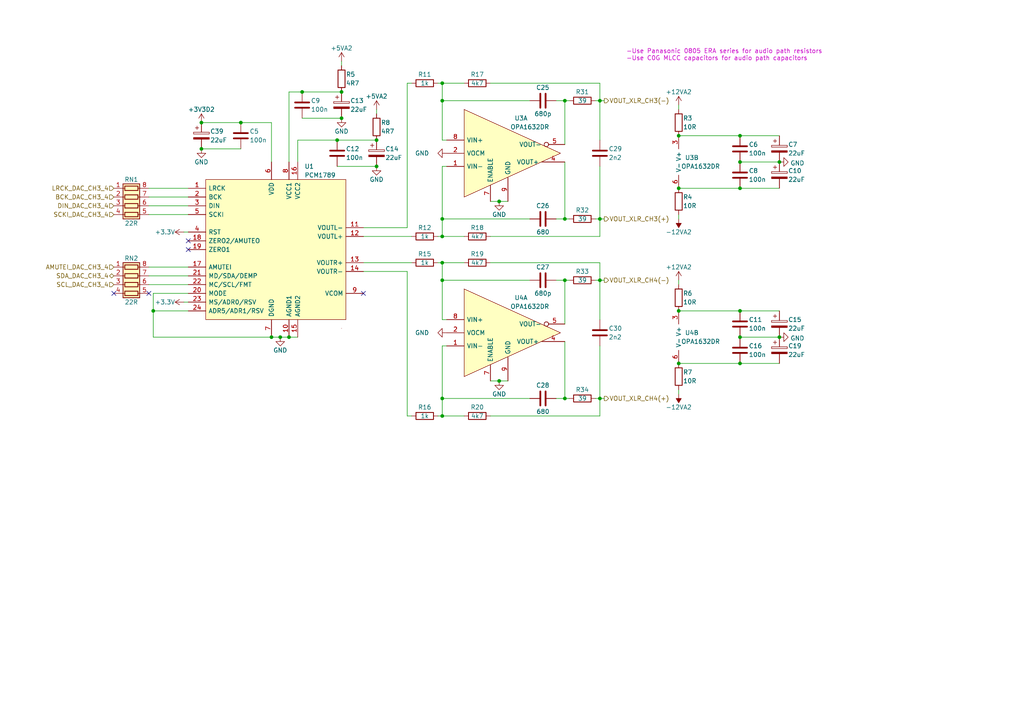
<source format=kicad_sch>
(kicad_sch (version 20230121) (generator eeschema)
  (paper "A4")
  (lib_symbols
    (symbol "Audio-DSP:+12VA2" (power) (in_bom no) (on_board no)
      (property "Value" "+12VA2" (at 0 3.81 0))
      (symbol "+12VA2_0_1"
        (polyline (pts (xy -0.762 1.27) (xy 0 2.54)))
        (polyline (pts (xy 0 0) (xy 0 2.54)))
        (polyline (pts (xy 0 2.54) (xy 0.762 1.27)))
      )
      (symbol "+12VA2_1_1"
        (pin power_in line (at 0 0 90) (length 0) hide (name "+12VA2") (number "1"))
      )
    )
    (symbol "Audio-DSP:+5VA2" (power) (in_bom no) (on_board no)
      (property "Value" "+5VA2" (at 0 3.81 0))
      (symbol "+5VA2_0_1"
        (polyline (pts (xy -0.762 1.27) (xy 0 2.54)))
        (polyline (pts (xy 0 0) (xy 0 2.54)))
        (polyline (pts (xy 0 2.54) (xy 0.762 1.27)))
      )
      (symbol "+5VA2_1_1"
        (pin power_in line (at 0 0 90) (length 0) hide (name "+5VA2") (number "1"))
      )
    )
    (symbol "Audio-DSP:-12VA2" (power) (in_bom no) (on_board no)
      (property "Value" "-12VA2" (at 0 3.81 0))
      (symbol "-12VA2_0_1"
        (polyline (pts (xy 0 0) (xy 0 1.27) (xy 0.762 1.27) (xy 0 2.54) (xy -0.762 1.27) (xy 0 1.27)) (fill (type outline)))
      )
      (symbol "-12VA2_1_0"
        (pin power_in line (at 0 0 90) (length 0) hide (name "-12VA2") (number "1"))
      )
    )
    (symbol "Audio-DSP:OPA1632DR" (pin_names (offset 0.762))
      (property "Reference" "U" (at 8.89 11.43 0))
      (property "Value" "OPA1632DR" (at 8.89 8.89 0))
      (symbol "OPA1632DR_1_0"
        (pin passive line (at -15.24 -2.54 0) (length 5.08) (name "VIN-") (number "1"))
        (pin passive line (at -15.24 1.27 0) (length 5.08) (name "VOCM") (number "2"))
        (pin passive line (at 19.05 -1.27 180) (length 6.7056) (name "VOUT+") (number "4"))
        (pin passive inverted (at 19.05 3.81 180) (length 5.9944) (name "VOUT-") (number "5"))
        (pin passive line (at -2.54 -12.7 90) (length 4.699) (name "ENABLE") (number "7"))
        (pin passive line (at -15.24 5.08 0) (length 5.08) (name "VIN+") (number "8"))
      )
      (symbol "OPA1632DR_1_1"
        (polyline (pts (xy -10.16 13.97) (xy 17.78 1.27) (xy -10.16 -11.43) (xy -10.16 13.97)) (stroke (width 0.1524)) (fill (type background)))
        (pin passive line (at 2.54 -12.7 90) (length 6.9088) (name "GND") (number "9"))
      )
      (symbol "OPA1632DR_2_0"
        (pin passive line (at 0 7.62 270) (length 3.81) (name "V+") (number "3"))
        (pin passive line (at 0 -7.62 90) (length 3.81) (name "V-") (number "6"))
      )
    )
    (symbol "Audio_DSP:+3V3D2" (power) (in_bom no) (on_board no)
      (property "Value" "+3V3D2" (at 0 3.81 0))
      (symbol "+3V3D2_0_1"
        (polyline (pts (xy -0.762 1.27) (xy 0 2.54)))
        (polyline (pts (xy 0 0) (xy 0 2.54)))
        (polyline (pts (xy 0 2.54) (xy 0.762 1.27)))
      )
      (symbol "+3V3D2_1_1"
        (pin power_in line (at 0 0 90) (length 0) hide (name "+3V3D2") (number "1"))
      )
    )
    (symbol "Audio_DSP:PCM1789" (pin_names (offset 0.762))
      (property "Reference" "U" (at 11.43 24.13 0))
      (property "Value" "PCM1789" (at 6.35 21.59 0))
      (symbol "PCM1789_0_0"
        (pin passive line (at -26.67 17.78 0) (length 5.08) (name "LRCK") (number "1"))
        (pin passive line (at 2.54 -25.4 90) (length 5.08) (name "AGND1") (number "10"))
        (pin passive line (at 24.13 6.35 180) (length 5.08) (name "VOUTL-") (number "11"))
        (pin passive line (at 24.13 3.81 180) (length 5.08) (name "VOUTL+") (number "12"))
        (pin passive line (at 24.13 -3.81 180) (length 5.08) (name "VOUTR+") (number "13"))
        (pin passive line (at 24.13 -6.35 180) (length 5.08) (name "VOUTR-") (number "14"))
        (pin passive line (at 5.08 -25.4 90) (length 5.08) (name "AGND2") (number "15"))
        (pin passive line (at -26.67 -5.08 0) (length 5.08) (name "AMUTEI") (number "17"))
        (pin passive line (at -26.67 2.54 0) (length 5.08) (name "ZERO2/AMUTEO") (number "18"))
        (pin passive line (at -26.67 0 0) (length 5.08) (name "ZERO1") (number "19"))
        (pin passive line (at -26.67 15.24 0) (length 5.08) (name "BCK") (number "2"))
        (pin passive line (at -26.67 -12.7 0) (length 5.08) (name "MODE") (number "20"))
        (pin passive line (at -26.67 -7.62 0) (length 5.08) (name "MD/SDA/DEMP") (number "21"))
        (pin passive line (at -26.67 -10.16 0) (length 5.08) (name "MC/SCL/FMT") (number "22"))
        (pin passive line (at -26.67 -15.24 0) (length 5.08) (name "MS/ADR0/RSV") (number "23"))
        (pin passive line (at -26.67 -17.78 0) (length 5.08) (name "ADR5/ADR1/RSV") (number "24"))
        (pin passive line (at -26.67 12.7 0) (length 5.08) (name "DIN") (number "3"))
        (pin passive line (at -26.67 5.08 0) (length 5.08) (name "RST") (number "4"))
        (pin passive line (at -26.67 10.16 0) (length 5.08) (name "SCKI") (number "5"))
        (pin passive line (at -2.54 -25.4 90) (length 5.08) (name "DGND") (number "7"))
        (pin passive line (at 24.13 -12.7 180) (length 5.08) (name "VCOM") (number "9"))
      )
      (symbol "PCM1789_0_1"
        (rectangle (start -21.59 20.32) (end 19.05 -20.32) (stroke (width 0.1524)) (fill (type background)))
        (rectangle (start 17.78 -22.86) (end 17.78 -22.86) (stroke (width 0.1524)))
      )
      (symbol "PCM1789_1_0"
        (pin power_in line (at 5.08 25.4 270) (length 5.08) (name "VCC2") (number "16"))
        (pin power_in line (at -2.54 25.4 270) (length 5.08) (name "VDD") (number "6"))
        (pin power_in line (at 2.54 25.4 270) (length 5.08) (name "VCC1") (number "8"))
      )
    )
    (symbol "Device:C" (pin_numbers hide) (pin_names (offset 0.254))
      (property "Reference" "C" (at 0.635 2.54 0))
      (property "Value" "C" (at 0.635 -2.54 0))
      (symbol "C_0_1"
        (polyline (pts (xy -2.032 -0.762) (xy 2.032 -0.762)) (stroke (width 0.508)))
        (polyline (pts (xy -2.032 0.762) (xy 2.032 0.762)) (stroke (width 0.508)))
      )
      (symbol "C_1_1"
        (pin passive line (at 0 3.81 270) (length 2.794) (name "~") (number "1"))
        (pin passive line (at 0 -3.81 90) (length 2.794) (name "~") (number "2"))
      )
    )
    (symbol "Device:C_Polarized" (pin_numbers hide) (pin_names (offset 0.254))
      (property "Reference" "C" (at 0.635 2.54 0))
      (property "Value" "C_Polarized" (at 0.635 -2.54 0))
      (symbol "C_Polarized_0_1"
        (rectangle (start -2.286 0.508) (end 2.286 1.016))
        (polyline (pts (xy -1.778 2.286) (xy -0.762 2.286)))
        (polyline (pts (xy -1.27 2.794) (xy -1.27 1.778)))
        (rectangle (start 2.286 -0.508) (end -2.286 -1.016) (fill (type outline)))
      )
      (symbol "C_Polarized_1_1"
        (pin passive line (at 0 3.81 270) (length 2.794) (name "~") (number "1"))
        (pin passive line (at 0 -3.81 90) (length 2.794) (name "~") (number "2"))
      )
    )
    (symbol "Device:R" (pin_numbers hide) (pin_names (offset 0))
      (property "Reference" "R" (at 2.032 0 90))
      (property "Value" "R" (at 0 0 90))
      (symbol "R_0_1"
        (rectangle (start -1.016 -2.54) (end 1.016 2.54) (stroke (width 0.254)))
      )
      (symbol "R_1_1"
        (pin passive line (at 0 3.81 270) (length 1.27) (name "~") (number "1"))
        (pin passive line (at 0 -3.81 90) (length 1.27) (name "~") (number "2"))
      )
    )
    (symbol "Device:R_Pack04" (pin_names (offset 0) hide)
      (property "Reference" "RN" (at -7.62 0 90))
      (property "Value" "R_Pack04" (at 5.08 0 90))
      (symbol "R_Pack04_0_1"
        (rectangle (start -6.35 -2.413) (end 3.81 2.413) (stroke (width 0.254)) (fill (type background)))
        (rectangle (start -5.715 1.905) (end -4.445 -1.905) (stroke (width 0.254)))
        (rectangle (start -3.175 1.905) (end -1.905 -1.905) (stroke (width 0.254)))
        (rectangle (start -0.635 1.905) (end 0.635 -1.905) (stroke (width 0.254)))
        (polyline (pts (xy -5.08 -2.54) (xy -5.08 -1.905)))
        (polyline (pts (xy -5.08 1.905) (xy -5.08 2.54)))
        (polyline (pts (xy -2.54 -2.54) (xy -2.54 -1.905)))
        (polyline (pts (xy -2.54 1.905) (xy -2.54 2.54)))
        (polyline (pts (xy 0 -2.54) (xy 0 -1.905)))
        (polyline (pts (xy 0 1.905) (xy 0 2.54)))
        (polyline (pts (xy 2.54 -2.54) (xy 2.54 -1.905)))
        (polyline (pts (xy 2.54 1.905) (xy 2.54 2.54)))
        (rectangle (start 1.905 1.905) (end 3.175 -1.905) (stroke (width 0.254)))
      )
      (symbol "R_Pack04_1_1"
        (pin passive line (at -5.08 -5.08 90) (length 2.54) (name "R1.1") (number "1"))
        (pin passive line (at -2.54 -5.08 90) (length 2.54) (name "R2.1") (number "2"))
        (pin passive line (at 0 -5.08 90) (length 2.54) (name "R3.1") (number "3"))
        (pin passive line (at 2.54 -5.08 90) (length 2.54) (name "R4.1") (number "4"))
        (pin passive line (at 2.54 5.08 270) (length 2.54) (name "R4.2") (number "5"))
        (pin passive line (at 0 5.08 270) (length 2.54) (name "R3.2") (number "6"))
        (pin passive line (at -2.54 5.08 270) (length 2.54) (name "R2.2") (number "7"))
        (pin passive line (at -5.08 5.08 270) (length 2.54) (name "R1.2") (number "8"))
      )
    )
    (symbol "power:+3.3V" (power) (pin_names (offset 0))
      (property "Value" "+3.3V" (at 0 3.556 0))
      (symbol "+3.3V_0_1"
        (polyline (pts (xy -0.762 1.27) (xy 0 2.54)))
        (polyline (pts (xy 0 0) (xy 0 2.54)))
        (polyline (pts (xy 0 2.54) (xy 0.762 1.27)))
      )
      (symbol "+3.3V_1_1"
        (pin power_in line (at 0 0 90) (length 0) hide (name "+3.3V") (number "1"))
      )
    )
    (symbol "power:GND" (power) (pin_names (offset 0))
      (property "Value" "GND" (at 0 -3.81 0))
      (symbol "GND_0_1"
        (polyline (pts (xy 0 0) (xy 0 -1.27) (xy 1.27 -1.27) (xy 0 -2.54) (xy -1.27 -1.27) (xy 0 -1.27)))
      )
      (symbol "GND_1_1"
        (pin power_in line (at 0 0 270) (length 0) hide (name "GND") (number "1"))
      )
    )
  )
  (junction (at 173.99 115.57))
  (junction (at 78.74 97.79))
  (junction (at 196.85 39.37))
  (junction (at 128.27 29.21))
  (junction (at 196.85 90.17))
  (junction (at 226.06 97.79))
  (junction (at 128.27 63.5))
  (junction (at 83.82 97.79))
  (junction (at 58.42 43.18))
  (junction (at 128.27 115.57))
  (junction (at 128.27 68.58))
  (junction (at 58.42 35.56))
  (junction (at 44.45 90.17))
  (junction (at 163.83 115.57))
  (junction (at 128.27 81.28))
  (junction (at 173.99 29.21))
  (junction (at 99.06 34.29))
  (junction (at 214.63 105.41))
  (junction (at 128.27 120.65))
  (junction (at 173.99 63.5))
  (junction (at 214.63 54.61))
  (junction (at 163.83 63.5))
  (junction (at 163.83 29.21))
  (junction (at 99.06 26.67))
  (junction (at 109.22 48.26))
  (junction (at 196.85 54.61))
  (junction (at 214.63 46.99))
  (junction (at 97.79 40.64))
  (junction (at 163.83 81.28))
  (junction (at 226.06 46.99))
  (junction (at 214.63 97.79))
  (junction (at 128.27 76.2))
  (junction (at 128.27 24.13))
  (junction (at 87.63 26.67))
  (junction (at 69.85 35.56))
  (junction (at 173.99 81.28))
  (junction (at 144.78 110.49))
  (junction (at 144.78 58.42))
  (junction (at 214.63 39.37))
  (junction (at 81.28 97.79))
  (junction (at 214.63 90.17))
  (junction (at 109.22 40.64))
  (junction (at 196.85 105.41))
  (no_connect (at 54.61 69.85))
  (no_connect (at 33.02 85.09))
  (no_connect (at 54.61 72.39))
  (no_connect (at 43.18 85.09))
  (no_connect (at 105.41 85.09))
  (wire (pts (xy 173.99 120.65) (xy 173.99 115.57)))
  (wire (pts (xy 81.28 97.79) (xy 83.82 97.79)))
  (wire (pts (xy 128.27 24.13) (xy 128.27 29.21)))
  (wire (pts (xy 58.42 43.18) (xy 69.85 43.18)))
  (wire (pts (xy 128.27 100.33) (xy 128.27 115.57)))
  (wire (pts (xy 86.36 40.64) (xy 97.79 40.64)))
  (wire (pts (xy 58.42 35.56) (xy 69.85 35.56)))
  (wire (pts (xy 161.29 29.21) (xy 163.83 29.21)))
  (wire (pts (xy 161.29 115.57) (xy 163.83 115.57)))
  (wire (pts (xy 134.62 68.58) (xy 128.27 68.58)))
  (wire (pts (xy 173.99 48.26) (xy 173.99 63.5)))
  (wire (pts (xy 142.24 58.42) (xy 144.78 58.42)))
  (wire (pts (xy 78.74 97.79) (xy 81.28 97.79)))
  (wire (pts (xy 142.24 68.58) (xy 173.99 68.58)))
  (wire (pts (xy 173.99 68.58) (xy 173.99 63.5)))
  (wire (pts (xy 163.83 81.28) (xy 163.83 93.98)))
  (wire (pts (xy 128.27 76.2) (xy 128.27 81.28)))
  (wire (pts (xy 43.18 80.01) (xy 54.61 80.01)))
  (wire (pts (xy 105.41 68.58) (xy 119.38 68.58)))
  (wire (pts (xy 105.41 76.2) (xy 119.38 76.2)))
  (wire (pts (xy 163.83 115.57) (xy 165.1 115.57)))
  (wire (pts (xy 128.27 81.28) (xy 128.27 92.71)))
  (wire (pts (xy 109.22 33.02) (xy 109.22 31.75)))
  (wire (pts (xy 196.85 54.61) (xy 214.63 54.61)))
  (wire (pts (xy 43.18 54.61) (xy 54.61 54.61)))
  (wire (pts (xy 134.62 120.65) (xy 128.27 120.65)))
  (wire (pts (xy 44.45 90.17) (xy 54.61 90.17)))
  (wire (pts (xy 173.99 81.28) (xy 175.26 81.28)))
  (wire (pts (xy 119.38 24.13) (xy 118.11 24.13)))
  (wire (pts (xy 142.24 24.13) (xy 173.99 24.13)))
  (wire (pts (xy 163.83 63.5) (xy 165.1 63.5)))
  (wire (pts (xy 172.72 115.57) (xy 173.99 115.57)))
  (wire (pts (xy 129.54 100.33) (xy 128.27 100.33)))
  (wire (pts (xy 128.27 29.21) (xy 153.67 29.21)))
  (wire (pts (xy 43.18 77.47) (xy 54.61 77.47)))
  (wire (pts (xy 172.72 63.5) (xy 173.99 63.5)))
  (wire (pts (xy 173.99 81.28) (xy 173.99 92.71)))
  (wire (pts (xy 163.83 115.57) (xy 163.83 99.06)))
  (wire (pts (xy 44.45 97.79) (xy 78.74 97.79)))
  (wire (pts (xy 43.18 82.55) (xy 54.61 82.55)))
  (wire (pts (xy 128.27 63.5) (xy 128.27 68.58)))
  (wire (pts (xy 214.63 97.79) (xy 226.06 97.79)))
  (wire (pts (xy 144.78 110.49) (xy 147.32 110.49)))
  (wire (pts (xy 127 24.13) (xy 128.27 24.13)))
  (wire (pts (xy 196.85 39.37) (xy 214.63 39.37)))
  (wire (pts (xy 53.34 87.63) (xy 54.61 87.63)))
  (wire (pts (xy 214.63 105.41) (xy 226.06 105.41)))
  (wire (pts (xy 69.85 35.56) (xy 78.74 35.56)))
  (wire (pts (xy 196.85 81.28) (xy 196.85 82.55)))
  (wire (pts (xy 163.83 81.28) (xy 165.1 81.28)))
  (wire (pts (xy 105.41 78.74) (xy 118.11 78.74)))
  (wire (pts (xy 214.63 54.61) (xy 226.06 54.61)))
  (wire (pts (xy 163.83 29.21) (xy 165.1 29.21)))
  (wire (pts (xy 44.45 90.17) (xy 44.45 97.79)))
  (wire (pts (xy 153.67 115.57) (xy 128.27 115.57)))
  (wire (pts (xy 43.18 62.23) (xy 54.61 62.23)))
  (wire (pts (xy 97.79 48.26) (xy 109.22 48.26)))
  (wire (pts (xy 173.99 29.21) (xy 175.26 29.21)))
  (wire (pts (xy 97.79 40.64) (xy 109.22 40.64)))
  (wire (pts (xy 43.18 57.15) (xy 54.61 57.15)))
  (wire (pts (xy 43.18 59.69) (xy 54.61 59.69)))
  (wire (pts (xy 142.24 120.65) (xy 173.99 120.65)))
  (wire (pts (xy 173.99 100.33) (xy 173.99 115.57)))
  (wire (pts (xy 196.85 30.48) (xy 196.85 31.75)))
  (wire (pts (xy 128.27 48.26) (xy 128.27 63.5)))
  (wire (pts (xy 172.72 81.28) (xy 173.99 81.28)))
  (wire (pts (xy 118.11 24.13) (xy 118.11 66.04)))
  (wire (pts (xy 78.74 46.99) (xy 78.74 35.56)))
  (wire (pts (xy 128.27 115.57) (xy 128.27 120.65)))
  (wire (pts (xy 163.83 63.5) (xy 163.83 46.99)))
  (wire (pts (xy 127 120.65) (xy 128.27 120.65)))
  (wire (pts (xy 214.63 90.17) (xy 226.06 90.17)))
  (wire (pts (xy 214.63 39.37) (xy 226.06 39.37)))
  (wire (pts (xy 129.54 48.26) (xy 128.27 48.26)))
  (wire (pts (xy 173.99 63.5) (xy 175.26 63.5)))
  (wire (pts (xy 53.34 67.31) (xy 54.61 67.31)))
  (wire (pts (xy 196.85 62.23) (xy 196.85 63.5)))
  (wire (pts (xy 83.82 26.67) (xy 83.82 46.99)))
  (wire (pts (xy 142.24 110.49) (xy 144.78 110.49)))
  (wire (pts (xy 163.83 29.21) (xy 163.83 41.91)))
  (wire (pts (xy 86.36 40.64) (xy 86.36 46.99)))
  (wire (pts (xy 173.99 115.57) (xy 175.26 115.57)))
  (wire (pts (xy 173.99 76.2) (xy 173.99 81.28)))
  (wire (pts (xy 127 76.2) (xy 128.27 76.2)))
  (wire (pts (xy 161.29 63.5) (xy 163.83 63.5)))
  (wire (pts (xy 44.45 85.09) (xy 44.45 90.17)))
  (wire (pts (xy 142.24 76.2) (xy 173.99 76.2)))
  (wire (pts (xy 214.63 46.99) (xy 226.06 46.99)))
  (wire (pts (xy 83.82 97.79) (xy 86.36 97.79)))
  (wire (pts (xy 128.27 92.71) (xy 129.54 92.71)))
  (wire (pts (xy 44.45 85.09) (xy 54.61 85.09)))
  (wire (pts (xy 118.11 120.65) (xy 119.38 120.65)))
  (wire (pts (xy 128.27 24.13) (xy 134.62 24.13)))
  (wire (pts (xy 127 68.58) (xy 128.27 68.58)))
  (wire (pts (xy 118.11 78.74) (xy 118.11 120.65)))
  (wire (pts (xy 173.99 29.21) (xy 173.99 40.64)))
  (wire (pts (xy 161.29 81.28) (xy 163.83 81.28)))
  (wire (pts (xy 172.72 29.21) (xy 173.99 29.21)))
  (wire (pts (xy 196.85 113.03) (xy 196.85 114.3)))
  (wire (pts (xy 128.27 81.28) (xy 153.67 81.28)))
  (wire (pts (xy 105.41 66.04) (xy 118.11 66.04)))
  (wire (pts (xy 144.78 58.42) (xy 147.32 58.42)))
  (wire (pts (xy 153.67 63.5) (xy 128.27 63.5)))
  (wire (pts (xy 173.99 24.13) (xy 173.99 29.21)))
  (wire (pts (xy 99.06 19.05) (xy 99.06 17.78)))
  (wire (pts (xy 196.85 105.41) (xy 214.63 105.41)))
  (wire (pts (xy 83.82 26.67) (xy 87.63 26.67)))
  (wire (pts (xy 128.27 76.2) (xy 134.62 76.2)))
  (wire (pts (xy 87.63 34.29) (xy 99.06 34.29)))
  (wire (pts (xy 128.27 29.21) (xy 128.27 40.64)))
  (wire (pts (xy 196.85 90.17) (xy 214.63 90.17)))
  (wire (pts (xy 128.27 40.64) (xy 129.54 40.64)))
  (wire (pts (xy 87.63 26.67) (xy 99.06 26.67)))
  (text "-Use Panasonic 0805 ERA series for audio path resistors\n-Use C0G MLCC capacitors for audio path capacitors" (at 181.61 17.78 0) (effects (font (size 1.27 1.27)) (justify left bottom)))
  (hierarchical_label "VOUT_XLR_CH3(-)" (shape output) (at 175.26 29.21 0))
  (hierarchical_label "VOUT_XLR_CH4(+)" (shape output) (at 175.26 115.57 0))
  (hierarchical_label "BCK_DAC_CH3_4" (shape input) (at 33.02 57.15 180))
  (hierarchical_label "SCL_DAC_CH3_4" (shape input) (at 33.02 82.55 180))
  (hierarchical_label "SCKI_DAC_CH3_4" (shape input) (at 33.02 62.23 180))
  (hierarchical_label "LRCK_DAC_CH3_4" (shape input) (at 33.02 54.61 180))
  (hierarchical_label "SDA_DAC_CH3_4" (shape bidirectional) (at 33.02 80.01 180))
  (hierarchical_label "VOUT_XLR_CH4(-)" (shape output) (at 175.26 81.28 0))
  (hierarchical_label "VOUT_XLR_CH3(+)" (shape output) (at 175.26 63.5 0))
  (hierarchical_label "DIN_DAC_CH3_4" (shape input) (at 33.02 59.69 180))
  (hierarchical_label "AMUTEI_DAC_CH3_4" (shape input) (at 33.02 77.47 180))
  (symbol (lib_id "Device:R") (at 196.85 35.56 0) (unit 1)
    (property "Reference" "R3" (at 198.12 34.29 0) (effects (justify left)))
    (property "Value" "10R" (at 198.12 36.83 0) (effects (justify left)))
    (property "Footprint" "Resistor_SMD:R_0805_2012Metric" (effects hide))
    (instances (project "Main board" (path "" (reference "R3") (unit 1)) (path "" (reference "R52") (unit 1))))
  )
  (symbol (lib_id "Audio-DSP:OPA1632DR") (at 144.78 45.72 0) (unit 1)
    (property "Reference" "U3" (at 151.13 34.29 0))
    (property "Value" "OPA1632DR" (at 153.67 36.83 0))
    (property "Footprint" "Audio-DSP:VSSOP-8_3.0x3.0mm_P0.65_TP1.8x1.5" (effects hide))
    (property "Datasheet" "https://eu.mouser.com/ProductDetail/Texas-Instruments/OPA1632DGNR?qs=7nS3%252BbEUL6t46Xk02kKOHg%3D%3D" (effects hide))
    (instances (project "Main board" (path "" (reference "U3") (unit 1)) (path "" (reference "U11") (unit 1))))
  )
  (symbol (lib_id "Device:R") (at 138.43 120.65 90) (unit 1)
    (property "Reference" "R20" (at 138.43 118.11 90))
    (property "Value" "4k7" (at 138.43 120.65 90))
    (property "Footprint" "Resistor_SMD:R_0805_2012Metric" (effects hide))
    (instances (project "Main board" (path "" (reference "R20") (unit 1)) (path "" (reference "R73") (unit 1))))
  )
  (symbol (lib_id "power:GND") (at 129.54 96.52 270) (unit 1)
    (property "Reference" "#PWR0115" (effects hide))
    (property "Value" "GND" (at 124.46 96.52 90) (effects (justify right)))
    (instances (project "Main board" (path "" (reference "#PWR0115") (unit 1)) (path "" (reference "#PWR026") (unit 1))))
  )
  (symbol (lib_id "Audio_DSP:+3V3D2") (at 58.42 35.56 0) (unit 1) (in_bom no) (on_board no)
    (property "Reference" "#PWR0106" (effects hide))
    (property "Value" "+3V3D2" (at 58.42 31.75 0))
    (instances (project "Main board" (path "" (reference "#PWR0106") (unit 1)) (path "" (reference "#PWR013") (unit 1))))
  )
  (symbol (lib_id "Audio-DSP:-12VA2") (at 196.85 63.5 180) (unit 1) (in_bom no) (on_board no)
    (property "Reference" "#PWR058" (effects hide))
    (property "Value" "-12VA2" (at 196.85 67.31 0))
    (instances (project "Main board" (path "" (reference "#PWR058") (unit 1)) (path "" (reference "#PWR039") (unit 1))))
  )
  (symbol (lib_id "Device:R") (at 109.22 36.83 0) (unit 1)
    (property "Reference" "R8" (at 110.49 35.56 0) (effects (justify left)))
    (property "Value" "4R7" (at 110.49 38.1 0) (effects (justify left)))
    (property "Footprint" "Resistor_SMD:R_0805_2012Metric" (effects hide))
    (instances (project "Main board" (path "" (reference "R8") (unit 1)) (path "" (reference "R57") (unit 1))))
  )
  (symbol (lib_id "Audio-DSP:+12VA2") (at 196.85 81.28 0) (unit 1) (in_bom no) (on_board no)
    (property "Reference" "#PWR052" (effects hide))
    (property "Value" "+12VA2" (at 196.85 77.47 0))
    (instances (project "Main board" (path "" (reference "#PWR052") (unit 1)) (path "" (reference "#PWR016") (unit 1))))
  )
  (symbol (lib_id "Device:C") (at 157.48 29.21 90) (unit 1)
    (property "Reference" "C25" (at 159.385 25.4 90) (effects (justify left)))
    (property "Value" "680p" (at 157.48 33.02 90))
    (property "Footprint" "Capacitor_SMD:C_0805_2012Metric" (effects hide))
    (instances (project "Main board" (path "" (reference "C25") (unit 1)) (path "" (reference "C68") (unit 1))))
  )
  (symbol (lib_id "Device:C") (at 173.99 96.52 0) (unit 1)
    (property "Reference" "C30" (at 176.53 95.25 0) (effects (justify left)))
    (property "Value" "2n2" (at 176.53 97.79 0) (effects (justify left)))
    (property "Footprint" "Capacitor_SMD:C_0805_2012Metric" (effects hide))
    (instances (project "Main board" (path "" (reference "C30") (unit 1)) (path "" (reference "C73") (unit 1))))
  )
  (symbol (lib_id "Device:R") (at 196.85 58.42 0) (unit 1)
    (property "Reference" "R4" (at 198.12 57.15 0) (effects (justify left)))
    (property "Value" "10R" (at 198.12 59.69 0) (effects (justify left)))
    (property "Footprint" "Resistor_SMD:R_0805_2012Metric" (effects hide))
    (instances (project "Main board" (path "" (reference "R4") (unit 1)) (path "" (reference "R53") (unit 1))))
  )
  (symbol (lib_id "power:GND") (at 109.22 48.26 0) (unit 1)
    (property "Reference" "#PWR0132" (effects hide))
    (property "Value" "GND" (at 109.22 52.07 0))
    (instances (project "Main board" (path "" (reference "#PWR0132") (unit 1)) (path "" (reference "#PWR024") (unit 1))))
  )
  (symbol (lib_id "Device:R") (at 168.91 63.5 90) (unit 1)
    (property "Reference" "R32" (at 168.91 60.96 90))
    (property "Value" "39" (at 168.91 63.5 90))
    (property "Footprint" "Resistor_SMD:R_0805_2012Metric" (effects hide))
    (instances (project "Main board" (path "" (reference "R32") (unit 1)) (path "" (reference "R81") (unit 1))))
  )
  (symbol (lib_id "Device:C") (at 157.48 115.57 90) (unit 1)
    (property "Reference" "C28" (at 159.385 111.76 90) (effects (justify left)))
    (property "Value" "680" (at 157.48 119.38 90))
    (property "Footprint" "Capacitor_SMD:C_0805_2012Metric" (effects hide))
    (instances (project "Main board" (path "" (reference "C28") (unit 1)) (path "" (reference "C71") (unit 1))))
  )
  (symbol (lib_id "Device:R") (at 138.43 24.13 90) (unit 1)
    (property "Reference" "R17" (at 138.43 21.59 90))
    (property "Value" "4k7" (at 138.43 24.13 90))
    (property "Footprint" "Resistor_SMD:R_0805_2012Metric" (effects hide))
    (instances (project "Main board" (path "" (reference "R17") (unit 1)) (path "" (reference "R71") (unit 1))))
  )
  (symbol (lib_id "power:GND") (at 99.06 34.29 0) (unit 1)
    (property "Reference" "#PWR0133" (effects hide))
    (property "Value" "GND" (at 99.06 38.1 0))
    (instances (project "Main board" (path "" (reference "#PWR0133") (unit 1)) (path "" (reference "#PWR020") (unit 1))))
  )
  (symbol (lib_id "Audio-DSP:+12VA2") (at 196.85 30.48 0) (unit 1) (in_bom no) (on_board no)
    (property "Reference" "#PWR052" (effects hide))
    (property "Value" "+12VA2" (at 196.85 26.67 0))
    (instances (project "Main board" (path "" (reference "#PWR052") (unit 1)) (path "" (reference "#PWR015") (unit 1))))
  )
  (symbol (lib_id "Device:C") (at 214.63 50.8 0) (unit 1)
    (property "Reference" "C8" (at 217.17 49.53 0) (effects (justify left)))
    (property "Value" "100n" (at 217.17 52.07 0) (effects (justify left)))
    (property "Footprint" "Capacitor_SMD:C_0402_1005Metric" (effects hide))
    (instances (project "Main board" (path "" (reference "C8") (unit 1)) (path "" (reference "C51") (unit 1))))
  )
  (symbol (lib_id "Device:R") (at 196.85 109.22 0) (unit 1)
    (property "Reference" "R7" (at 198.12 107.95 0) (effects (justify left)))
    (property "Value" "10R" (at 198.12 110.49 0) (effects (justify left)))
    (property "Footprint" "Resistor_SMD:R_0805_2012Metric" (effects hide))
    (instances (project "Main board" (path "" (reference "R7") (unit 1)) (path "" (reference "R56") (unit 1))))
  )
  (symbol (lib_id "power:+3.3V") (at 53.34 67.31 90) (unit 1)
    (property "Reference" "#PWR0137" (effects hide))
    (property "Value" "+3.3V" (at 50.8 67.31 90) (effects (justify left)))
    (instances (project "Main board" (path "" (reference "#PWR0137") (unit 1)) (path "" (reference "#PWR011") (unit 1))))
  )
  (symbol (lib_id "Device:C") (at 157.48 63.5 90) (unit 1)
    (property "Reference" "C26" (at 159.385 59.69 90) (effects (justify left)))
    (property "Value" "680" (at 157.48 67.31 90))
    (property "Footprint" "Capacitor_SMD:C_0805_2012Metric" (effects hide))
    (instances (project "Main board" (path "" (reference "C26") (unit 1)) (path "" (reference "C69") (unit 1))))
  )
  (symbol (lib_id "power:GND") (at 81.28 97.79 0) (unit 1)
    (property "Reference" "#PWR0130" (effects hide))
    (property "Value" "GND" (at 81.28 101.6 0))
    (instances (project "Main board" (path "" (reference "#PWR0130") (unit 1)) (path "" (reference "#PWR017") (unit 1))))
  )
  (symbol (lib_id "Device:R_Pack04") (at 38.1 82.55 270) (unit 1)
    (property "Reference" "RN2" (at 38.1 74.93 90))
    (property "Value" "22R" (at 38.1 87.63 90))
    (property "Footprint" "Resistor_SMD:R_Array_Convex_4x0402" (effects hide))
    (instances (project "Main board" (path "" (reference "RN2") (unit 1)) (path "" (reference "RN4") (unit 1))))
  )
  (symbol (lib_id "power:GND") (at 226.06 46.99 90) (unit 1)
    (property "Reference" "#PWR0118" (effects hide))
    (property "Value" "GND" (at 229.235 47.3068 90) (effects (justify right)))
    (instances (project "Main board" (path "" (reference "#PWR0118") (unit 1)) (path "" (reference "#PWR018") (unit 1))))
  )
  (symbol (lib_id "Audio-DSP:OPA1632DR") (at 144.78 97.79 0) (unit 1)
    (property "Reference" "U4" (at 151.13 86.36 0))
    (property "Value" "OPA1632DR" (at 153.67 88.9 0))
    (property "Footprint" "Audio-DSP:VSSOP-8_3.0x3.0mm_P0.65_TP1.8x1.5" (effects hide))
    (property "Datasheet" "https://eu.mouser.com/ProductDetail/Texas-Instruments/OPA1632DGNR?qs=7nS3%252BbEUL6t46Xk02kKOHg%3D%3D" (effects hide))
    (instances (project "Main board" (path "" (reference "U4") (unit 1)) (path "" (reference "U17") (unit 1))))
  )
  (symbol (lib_id "Device:C_Polarized") (at 58.42 39.37 0) (unit 1)
    (property "Reference" "C39" (at 60.96 38.1 0) (effects (justify left)))
    (property "Value" "22uF" (at 60.96 40.64 0) (effects (justify left)))
    (property "Footprint" "Capacitor_THT:CP_Radial_D5.0mm_P2.00mm" (effects hide))
    (instances (project "Main board" (path "" (reference "C39") (unit 1)) (path "" (reference "C48") (unit 1))))
  )
  (symbol (lib_id "Audio-DSP:OPA1632DR") (at 196.85 46.99 0) (unit 2)
    (property "Reference" "U3" (at 200.66 45.72 0))
    (property "Value" "OPA1632DR" (at 203.2 48.26 0))
    (property "Footprint" "Audio-DSP:VSSOP-8_3.0x3.0mm_P0.65_TP1.8x1.5" (effects hide))
    (property "Datasheet" "https://eu.mouser.com/ProductDetail/Texas-Instruments/OPA1632DGNR?qs=7nS3%252BbEUL6t46Xk02kKOHg%3D%3D" (effects hide))
    (instances (project "Main board" (path "" (reference "U3") (unit 2)) (path "" (reference "U11") (unit 2))))
  )
  (symbol (lib_id "Device:R") (at 123.19 24.13 90) (unit 1)
    (property "Reference" "R11" (at 123.19 21.59 90))
    (property "Value" "1k" (at 123.19 24.13 90))
    (property "Footprint" "Resistor_SMD:R_0805_2012Metric" (effects hide))
    (instances (project "Main board" (path "" (reference "R11") (unit 1)) (path "" (reference "R60") (unit 1))))
  )
  (symbol (lib_id "Device:R") (at 168.91 81.28 90) (unit 1)
    (property "Reference" "R33" (at 168.91 78.74 90))
    (property "Value" "39" (at 168.91 81.28 90))
    (property "Footprint" "Resistor_SMD:R_0805_2012Metric" (effects hide))
    (instances (project "Main board" (path "" (reference "R33") (unit 1)) (path "" (reference "R82") (unit 1))))
  )
  (symbol (lib_id "Device:C") (at 214.63 101.6 0) (unit 1)
    (property "Reference" "C16" (at 217.17 100.33 0) (effects (justify left)))
    (property "Value" "100n" (at 217.17 102.87 0) (effects (justify left)))
    (property "Footprint" "Capacitor_SMD:C_0402_1005Metric" (effects hide))
    (instances (project "Main board" (path "" (reference "C16") (unit 1)) (path "" (reference "C59") (unit 1))))
  )
  (symbol (lib_id "Device:C_Polarized") (at 226.06 93.98 0) (unit 1)
    (property "Reference" "C15" (at 228.6 92.71 0) (effects (justify left)))
    (property "Value" "22uF" (at 228.6 95.25 0) (effects (justify left)))
    (property "Footprint" "Capacitor_THT:CP_Radial_D5.0mm_P2.00mm" (effects hide))
    (instances (project "Main board" (path "" (reference "C15") (unit 1)) (path "" (reference "C62") (unit 1))))
  )
  (symbol (lib_id "Device:R_Pack04") (at 38.1 59.69 270) (unit 1)
    (property "Reference" "RN1" (at 38.1 52.07 90))
    (property "Value" "22R" (at 38.1 64.77 90))
    (property "Footprint" "Resistor_SMD:R_Array_Convex_4x0402" (effects hide))
    (instances (project "Main board" (path "" (reference "RN1") (unit 1)) (path "" (reference "RN3") (unit 1))))
  )
  (symbol (lib_id "Audio-DSP:OPA1632DR") (at 196.85 97.79 0) (unit 2)
    (property "Reference" "U4" (at 200.66 96.52 0))
    (property "Value" "OPA1632DR" (at 203.2 99.06 0))
    (property "Footprint" "Audio-DSP:VSSOP-8_3.0x3.0mm_P0.65_TP1.8x1.5" (effects hide))
    (property "Datasheet" "https://eu.mouser.com/ProductDetail/Texas-Instruments/OPA1632DGNR?qs=7nS3%252BbEUL6t46Xk02kKOHg%3D%3D" (effects hide))
    (instances (project "Main board" (path "" (reference "U4") (unit 2)) (path "" (reference "U17") (unit 2))))
  )
  (symbol (lib_id "Device:C") (at 69.85 39.37 0) (unit 1)
    (property "Reference" "C5" (at 72.39 38.1 0) (effects (justify left)))
    (property "Value" "100n" (at 72.39 40.64 0) (effects (justify left)))
    (property "Footprint" "Capacitor_SMD:C_0402_1005Metric" (effects hide))
    (instances (project "Main board" (path "" (reference "C5") (unit 1)) (path "" (reference "C49") (unit 1))))
  )
  (symbol (lib_id "power:GND") (at 144.78 110.49 0) (unit 1)
    (property "Reference" "#PWR0117" (effects hide))
    (property "Value" "GND" (at 144.78 114.3 0))
    (instances (project "Main board" (path "" (reference "#PWR0117") (unit 1)) (path "" (reference "#PWR029") (unit 1))))
  )
  (symbol (lib_id "Device:R") (at 123.19 76.2 90) (unit 1)
    (property "Reference" "R15" (at 123.19 73.66 90))
    (property "Value" "1k" (at 123.19 76.2 90))
    (property "Footprint" "Resistor_SMD:R_0805_2012Metric" (effects hide))
    (instances (project "Main board" (path "" (reference "R15") (unit 1)) (path "" (reference "R64") (unit 1))))
  )
  (symbol (lib_id "Device:C") (at 97.79 44.45 0) (unit 1)
    (property "Reference" "C12" (at 100.33 43.18 0) (effects (justify left)))
    (property "Value" "100n" (at 100.33 45.72 0) (effects (justify left)))
    (property "Footprint" "Capacitor_SMD:C_0402_1005Metric" (effects hide))
    (instances (project "Main board" (path "" (reference "C12") (unit 1)) (path "" (reference "C55") (unit 1))))
  )
  (symbol (lib_id "power:+3.3V") (at 53.34 87.63 90) (unit 1)
    (property "Reference" "#PWR0137" (effects hide))
    (property "Value" "+3.3V" (at 50.8 87.63 90) (effects (justify left)))
    (instances (project "Main board" (path "" (reference "#PWR0137") (unit 1)) (path "" (reference "#PWR046") (unit 1)) (path "" (reference "#PWR09") (unit 1))))
  )
  (symbol (lib_id "Device:C") (at 157.48 81.28 90) (unit 1)
    (property "Reference" "C27" (at 159.385 77.47 90) (effects (justify left)))
    (property "Value" "680p" (at 157.48 85.09 90))
    (property "Footprint" "Capacitor_SMD:C_0805_2012Metric" (effects hide))
    (instances (project "Main board" (path "" (reference "C27") (unit 1)) (path "" (reference "C70") (unit 1))))
  )
  (symbol (lib_id "Device:C") (at 173.99 44.45 0) (unit 1)
    (property "Reference" "C29" (at 176.53 43.18 0) (effects (justify left)))
    (property "Value" "2n2" (at 176.53 45.72 0) (effects (justify left)))
    (property "Footprint" "Capacitor_SMD:C_0805_2012Metric" (effects hide))
    (instances (project "Main board" (path "" (reference "C29") (unit 1)) (path "" (reference "C72") (unit 1))))
  )
  (symbol (lib_id "Device:C") (at 214.63 43.18 0) (unit 1)
    (property "Reference" "C6" (at 217.17 41.91 0) (effects (justify left)))
    (property "Value" "100n" (at 217.17 44.45 0) (effects (justify left)))
    (property "Footprint" "Capacitor_SMD:C_0402_1005Metric" (effects hide))
    (instances (project "Main board" (path "" (reference "C6") (unit 1)) (path "" (reference "C50") (unit 1))))
  )
  (symbol (lib_id "power:GND") (at 226.06 97.79 90) (unit 1)
    (property "Reference" "#PWR0120" (effects hide))
    (property "Value" "GND" (at 229.235 98.1068 90) (effects (justify right)))
    (instances (project "Main board" (path "" (reference "#PWR0120") (unit 1)) (path "" (reference "#PWR027") (unit 1))))
  )
  (symbol (lib_id "Device:C_Polarized") (at 226.06 43.18 0) (unit 1)
    (property "Reference" "C7" (at 228.6 41.91 0) (effects (justify left)))
    (property "Value" "22uF" (at 228.6 44.45 0) (effects (justify left)))
    (property "Footprint" "Capacitor_THT:CP_Radial_D5.0mm_P2.00mm" (effects hide))
    (instances (project "Main board" (path "" (reference "C7") (unit 1)) (path "" (reference "C53") (unit 1))))
  )
  (symbol (lib_id "Device:R") (at 196.85 86.36 0) (unit 1)
    (property "Reference" "R6" (at 198.12 85.09 0) (effects (justify left)))
    (property "Value" "10R" (at 198.12 87.63 0) (effects (justify left)))
    (property "Footprint" "Resistor_SMD:R_0805_2012Metric" (effects hide))
    (instances (project "Main board" (path "" (reference "R6") (unit 1)) (path "" (reference "R55") (unit 1))))
  )
  (symbol (lib_id "Device:R") (at 138.43 68.58 90) (unit 1)
    (property "Reference" "R18" (at 138.43 66.04 90))
    (property "Value" "4k7" (at 138.43 68.58 90))
    (property "Footprint" "Resistor_SMD:R_0805_2012Metric" (effects hide))
    (instances (project "Main board" (path "" (reference "R18") (unit 1)) (path "" (reference "R70") (unit 1))))
  )
  (symbol (lib_id "Device:C") (at 87.63 30.48 0) (unit 1)
    (property "Reference" "C9" (at 90.17 29.21 0) (effects (justify left)))
    (property "Value" "100n" (at 90.17 31.75 0) (effects (justify left)))
    (property "Footprint" "Capacitor_SMD:C_0402_1005Metric" (effects hide))
    (instances (project "Main board" (path "" (reference "C9") (unit 1)) (path "" (reference "C52") (unit 1))))
  )
  (symbol (lib_id "Audio-DSP:+5VA2") (at 109.22 31.75 0) (unit 1) (in_bom no) (on_board no)
    (property "Reference" "#PWR049" (effects hide))
    (property "Value" "+5VA2" (at 109.22 27.94 0))
    (instances (project "Main board" (path "" (reference "#PWR049") (unit 1)) (path "" (reference "#PWR019") (unit 1))))
  )
  (symbol (lib_id "Device:R") (at 168.91 115.57 90) (unit 1)
    (property "Reference" "R34" (at 168.91 113.03 90))
    (property "Value" "39" (at 168.91 115.57 90))
    (property "Footprint" "Resistor_SMD:R_0805_2012Metric" (effects hide))
    (instances (project "Main board" (path "" (reference "R34") (unit 1)) (path "" (reference "R83") (unit 1))))
  )
  (symbol (lib_id "Audio-DSP:+5VA2") (at 99.06 17.78 0) (unit 1) (in_bom no) (on_board no)
    (property "Reference" "#PWR049" (effects hide))
    (property "Value" "+5VA2" (at 99.06 13.97 0))
    (instances (project "Main board" (path "" (reference "#PWR049") (unit 1)) (path "" (reference "#PWR023") (unit 1))))
  )
  (symbol (lib_id "Device:R") (at 138.43 76.2 90) (unit 1)
    (property "Reference" "R19" (at 138.43 73.66 90))
    (property "Value" "4k7" (at 138.43 76.2 90))
    (property "Footprint" "Resistor_SMD:R_0805_2012Metric" (effects hide))
    (instances (project "Main board" (path "" (reference "R19") (unit 1)) (path "" (reference "R72") (unit 1))))
  )
  (symbol (lib_id "power:GND") (at 129.54 44.45 270) (unit 1)
    (property "Reference" "#PWR0128" (effects hide))
    (property "Value" "GND" (at 124.46 44.45 90) (effects (justify right)))
    (instances (project "Main board" (path "" (reference "#PWR0128") (unit 1)) (path "" (reference "#PWR025") (unit 1))))
  )
  (symbol (lib_id "power:GND") (at 58.42 43.18 0) (unit 1)
    (property "Reference" "#PWR0136" (effects hide))
    (property "Value" "GND" (at 58.42 46.99 0))
    (instances (project "Main board" (path "" (reference "#PWR0136") (unit 1)) (path "" (reference "#PWR014") (unit 1))))
  )
  (symbol (lib_id "Device:R") (at 99.06 22.86 0) (unit 1)
    (property "Reference" "R5" (at 100.33 21.59 0) (effects (justify left)))
    (property "Value" "4R7" (at 100.33 24.13 0) (effects (justify left)))
    (property "Footprint" "Resistor_SMD:R_0805_2012Metric" (effects hide))
    (instances (project "Main board" (path "" (reference "R5") (unit 1)) (path "" (reference "R54") (unit 1))))
  )
  (symbol (lib_id "Device:C") (at 214.63 93.98 0) (unit 1)
    (property "Reference" "C11" (at 217.17 92.71 0) (effects (justify left)))
    (property "Value" "100n" (at 217.17 95.25 0) (effects (justify left)))
    (property "Footprint" "Capacitor_SMD:C_0402_1005Metric" (effects hide))
    (instances (project "Main board" (path "" (reference "C11") (unit 1)) (path "" (reference "C58") (unit 1))))
  )
  (symbol (lib_id "Audio_DSP:PCM1789") (at 81.28 72.39 0) (unit 1)
    (property "Reference" "U1" (at 88.3159 48.26 0) (effects (justify left)))
    (property "Value" "PCM1789" (at 88.3159 50.8 0) (effects (justify left)))
    (property "Footprint" "Package_SO:TSSOP-24_4.4x7.8mm_P0.65mm" (effects hide))
    (property "Datasheet" "https://eu.mouser.com/ProductDetail/Texas-Instruments/PCM1789TPWRQ1?qs=cBe3DO7yhR4lgqDaXbktkg%3D%3D" (effects hide))
    (instances (project "Main board" (path "" (reference "U1") (unit 1)) (path "" (reference "U16") (unit 1))))
  )
  (symbol (lib_id "power:GND") (at 144.78 58.42 0) (unit 1)
    (property "Reference" "#PWR0129" (effects hide))
    (property "Value" "GND" (at 144.78 62.23 0))
    (instances (project "Main board" (path "" (reference "#PWR0129") (unit 1)) (path "" (reference "#PWR028") (unit 1))))
  )
  (symbol (lib_id "Audio-DSP:-12VA2") (at 196.85 114.3 180) (unit 1) (in_bom no) (on_board no)
    (property "Reference" "#PWR058" (effects hide))
    (property "Value" "-12VA2" (at 196.85 118.11 0))
    (instances (project "Main board" (path "" (reference "#PWR058") (unit 1)) (path "" (reference "#PWR040") (unit 1))))
  )
  (symbol (lib_id "Device:C_Polarized") (at 226.06 50.8 0) (unit 1)
    (property "Reference" "C10" (at 228.6 49.53 0) (effects (justify left)))
    (property "Value" "22uF" (at 228.6 52.07 0) (effects (justify left)))
    (property "Footprint" "Capacitor_THT:CP_Radial_D5.0mm_P2.00mm" (effects hide))
    (instances (project "Main board" (path "" (reference "C10") (unit 1)) (path "" (reference "C54") (unit 1))))
  )
  (symbol (lib_id "Device:C_Polarized") (at 99.06 30.48 0) (unit 1)
    (property "Reference" "C13" (at 101.6 29.21 0) (effects (justify left)))
    (property "Value" "22uF" (at 101.6 31.75 0) (effects (justify left)))
    (property "Footprint" "Capacitor_THT:CP_Radial_D5.0mm_P2.00mm" (effects hide))
    (instances (project "Main board" (path "" (reference "C13") (unit 1)) (path "" (reference "C56") (unit 1))))
  )
  (symbol (lib_id "Device:C_Polarized") (at 226.06 101.6 0) (unit 1)
    (property "Reference" "C19" (at 228.6 100.33 0) (effects (justify left)))
    (property "Value" "22uF" (at 228.6 102.87 0) (effects (justify left)))
    (property "Footprint" "Capacitor_THT:CP_Radial_D5.0mm_P2.00mm" (effects hide))
    (instances (project "Main board" (path "" (reference "C19") (unit 1)) (path "" (reference "C63") (unit 1))))
  )
  (symbol (lib_id "Device:R") (at 168.91 29.21 90) (unit 1)
    (property "Reference" "R31" (at 168.91 26.67 90))
    (property "Value" "39" (at 168.91 29.21 90))
    (property "Footprint" "Resistor_SMD:R_0805_2012Metric" (effects hide))
    (instances (project "Main board" (path "" (reference "R31") (unit 1)) (path "" (reference "R80") (unit 1))))
  )
  (symbol (lib_id "Device:R") (at 123.19 68.58 90) (unit 1)
    (property "Reference" "R12" (at 123.19 66.04 90))
    (property "Value" "1k" (at 123.19 68.58 90))
    (property "Footprint" "Resistor_SMD:R_0805_2012Metric" (effects hide))
    (instances (project "Main board" (path "" (reference "R12") (unit 1)) (path "" (reference "R61") (unit 1))))
  )
  (symbol (lib_id "Device:R") (at 123.19 120.65 90) (unit 1)
    (property "Reference" "R16" (at 123.19 118.11 90))
    (property "Value" "1k" (at 123.19 120.65 90))
    (property "Footprint" "Resistor_SMD:R_0805_2012Metric" (effects hide))
    (instances (project "Main board" (path "" (reference "R16") (unit 1)) (path "" (reference "R65") (unit 1))))
  )
  (symbol (lib_id "Device:C_Polarized") (at 109.22 44.45 0) (unit 1)
    (property "Reference" "C14" (at 111.76 43.18 0) (effects (justify left)))
    (property "Value" "22uF" (at 111.76 45.72 0) (effects (justify left)))
    (property "Footprint" "Capacitor_THT:CP_Radial_D5.0mm_P2.00mm" (effects hide))
    (instances (project "Main board" (path "" (reference "C14") (unit 1)) (path "" (reference "C57") (unit 1))))
  )
)
</source>
